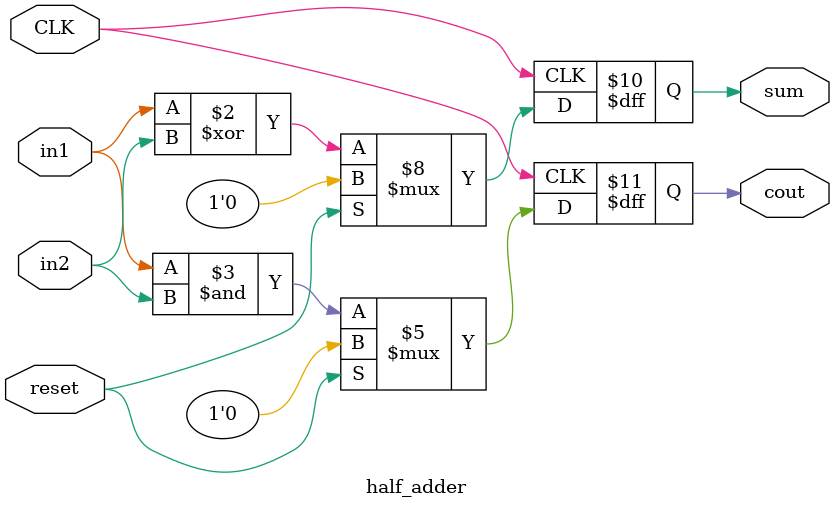
<source format=v>
module half_adder(
    input CLK,
    input reset,
    input in1,
    input in2,
    output reg sum,
    output reg cout
);
    always @(posedge CLK) begin
        if (reset) begin
            sum <= 0;
	    cout <= 0;
        end
        else begin
            sum <= in1 ^ in2;
            cout <= in1 & in2;
        end
    end
endmodule


</source>
